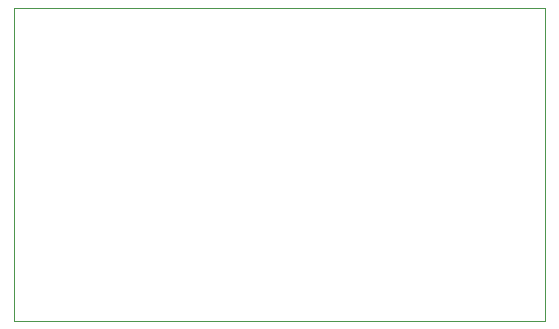
<source format=gbr>
%TF.GenerationSoftware,KiCad,Pcbnew,8.0.4*%
%TF.CreationDate,2024-08-29T23:22:00+05:30*%
%TF.ProjectId,LM386 Amp,4c4d3338-3620-4416-9d70-2e6b69636164,rev?*%
%TF.SameCoordinates,Original*%
%TF.FileFunction,Profile,NP*%
%FSLAX46Y46*%
G04 Gerber Fmt 4.6, Leading zero omitted, Abs format (unit mm)*
G04 Created by KiCad (PCBNEW 8.0.4) date 2024-08-29 23:22:00*
%MOMM*%
%LPD*%
G01*
G04 APERTURE LIST*
%TA.AperFunction,Profile*%
%ADD10C,0.050000*%
%TD*%
G04 APERTURE END LIST*
D10*
X150000000Y-123500000D02*
X195000000Y-123500000D01*
X195000000Y-150000000D01*
X150000000Y-150000000D01*
X150000000Y-123500000D01*
M02*

</source>
